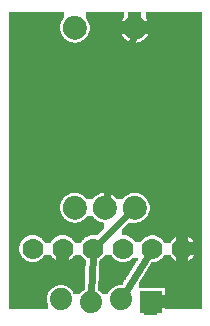
<source format=gbl>
G04 MADE WITH FRITZING*
G04 WWW.FRITZING.ORG*
G04 DOUBLE SIDED*
G04 HOLES PLATED*
G04 CONTOUR ON CENTER OF CONTOUR VECTOR*
%ASAXBY*%
%FSLAX23Y23*%
%MOIN*%
%OFA0B0*%
%SFA1.0B1.0*%
%ADD10C,0.075000*%
%ADD11C,0.070000*%
%ADD12C,0.078889*%
%ADD13C,0.074000*%
%ADD14C,0.024000*%
%ADD15R,0.001000X0.001000*%
%LNCOPPER0*%
G90*
G70*
G54D10*
X107Y981D03*
G54D11*
X519Y242D03*
X619Y242D03*
X422Y243D03*
X321Y243D03*
X120Y243D03*
X221Y243D03*
G54D12*
X261Y379D03*
X361Y379D03*
X461Y379D03*
X261Y979D03*
X461Y979D03*
G54D13*
X514Y64D03*
X414Y74D03*
X314Y64D03*
X214Y74D03*
G54D14*
X315Y95D02*
X320Y217D01*
D02*
X439Y358D02*
X340Y261D01*
D02*
X456Y949D02*
X366Y409D01*
D02*
X505Y220D02*
X430Y101D01*
G36*
X362Y223D02*
X362Y221D01*
X360Y221D01*
X360Y219D01*
X358Y219D01*
X358Y215D01*
X356Y215D01*
X356Y213D01*
X354Y213D01*
X354Y211D01*
X352Y211D01*
X352Y209D01*
X350Y209D01*
X350Y207D01*
X346Y207D01*
X346Y205D01*
X344Y205D01*
X344Y203D01*
X342Y203D01*
X342Y197D01*
X420Y197D01*
X420Y199D01*
X408Y199D01*
X408Y201D01*
X404Y201D01*
X404Y203D01*
X400Y203D01*
X400Y205D01*
X396Y205D01*
X396Y207D01*
X394Y207D01*
X394Y209D01*
X392Y209D01*
X392Y211D01*
X390Y211D01*
X390Y213D01*
X388Y213D01*
X388Y215D01*
X386Y215D01*
X386Y217D01*
X384Y217D01*
X384Y221D01*
X382Y221D01*
X382Y223D01*
X362Y223D01*
G37*
D02*
G36*
X454Y213D02*
X454Y211D01*
X452Y211D01*
X452Y209D01*
X450Y209D01*
X450Y207D01*
X448Y207D01*
X448Y205D01*
X444Y205D01*
X444Y203D01*
X440Y203D01*
X440Y201D01*
X434Y201D01*
X434Y199D01*
X424Y199D01*
X424Y197D01*
X466Y197D01*
X466Y201D01*
X468Y201D01*
X468Y203D01*
X470Y203D01*
X470Y207D01*
X472Y207D01*
X472Y211D01*
X474Y211D01*
X474Y213D01*
X454Y213D01*
G37*
D02*
G36*
X342Y197D02*
X342Y195D01*
X464Y195D01*
X464Y197D01*
X342Y197D01*
G37*
D02*
G36*
X342Y197D02*
X342Y195D01*
X464Y195D01*
X464Y197D01*
X342Y197D01*
G37*
D02*
G36*
X342Y195D02*
X342Y183D01*
X340Y183D01*
X340Y135D01*
X338Y135D01*
X338Y103D01*
X342Y103D01*
X342Y101D01*
X344Y101D01*
X344Y99D01*
X346Y99D01*
X346Y97D01*
X348Y97D01*
X348Y95D01*
X350Y95D01*
X350Y93D01*
X372Y93D01*
X372Y97D01*
X374Y97D01*
X374Y99D01*
X376Y99D01*
X376Y103D01*
X378Y103D01*
X378Y105D01*
X380Y105D01*
X380Y107D01*
X382Y107D01*
X382Y109D01*
X384Y109D01*
X384Y111D01*
X386Y111D01*
X386Y113D01*
X390Y113D01*
X390Y115D01*
X394Y115D01*
X394Y117D01*
X398Y117D01*
X398Y119D01*
X404Y119D01*
X404Y121D01*
X418Y121D01*
X418Y123D01*
X420Y123D01*
X420Y127D01*
X422Y127D01*
X422Y131D01*
X424Y131D01*
X424Y133D01*
X426Y133D01*
X426Y137D01*
X428Y137D01*
X428Y139D01*
X430Y139D01*
X430Y143D01*
X432Y143D01*
X432Y147D01*
X434Y147D01*
X434Y149D01*
X436Y149D01*
X436Y153D01*
X438Y153D01*
X438Y155D01*
X440Y155D01*
X440Y159D01*
X442Y159D01*
X442Y163D01*
X444Y163D01*
X444Y165D01*
X446Y165D01*
X446Y169D01*
X448Y169D01*
X448Y171D01*
X450Y171D01*
X450Y175D01*
X452Y175D01*
X452Y179D01*
X454Y179D01*
X454Y181D01*
X456Y181D01*
X456Y185D01*
X458Y185D01*
X458Y187D01*
X460Y187D01*
X460Y191D01*
X462Y191D01*
X462Y195D01*
X342Y195D01*
G37*
D02*
G36*
X40Y1031D02*
X40Y929D01*
X254Y929D01*
X254Y931D01*
X246Y931D01*
X246Y933D01*
X240Y933D01*
X240Y935D01*
X236Y935D01*
X236Y937D01*
X232Y937D01*
X232Y939D01*
X230Y939D01*
X230Y941D01*
X228Y941D01*
X228Y943D01*
X226Y943D01*
X226Y945D01*
X224Y945D01*
X224Y947D01*
X222Y947D01*
X222Y949D01*
X220Y949D01*
X220Y953D01*
X218Y953D01*
X218Y957D01*
X216Y957D01*
X216Y961D01*
X214Y961D01*
X214Y967D01*
X212Y967D01*
X212Y991D01*
X214Y991D01*
X214Y997D01*
X216Y997D01*
X216Y1001D01*
X218Y1001D01*
X218Y1005D01*
X220Y1005D01*
X220Y1007D01*
X222Y1007D01*
X222Y1011D01*
X224Y1011D01*
X224Y1031D01*
X40Y1031D01*
G37*
D02*
G36*
X298Y1031D02*
X298Y1009D01*
X300Y1009D01*
X300Y1007D01*
X302Y1007D01*
X302Y1003D01*
X304Y1003D01*
X304Y1001D01*
X306Y1001D01*
X306Y995D01*
X308Y995D01*
X308Y989D01*
X310Y989D01*
X310Y969D01*
X308Y969D01*
X308Y961D01*
X306Y961D01*
X306Y957D01*
X304Y957D01*
X304Y953D01*
X302Y953D01*
X302Y951D01*
X300Y951D01*
X300Y947D01*
X298Y947D01*
X298Y945D01*
X296Y945D01*
X296Y943D01*
X294Y943D01*
X294Y941D01*
X290Y941D01*
X290Y939D01*
X288Y939D01*
X288Y937D01*
X284Y937D01*
X284Y935D01*
X282Y935D01*
X282Y933D01*
X276Y933D01*
X276Y931D01*
X268Y931D01*
X268Y929D01*
X454Y929D01*
X454Y931D01*
X446Y931D01*
X446Y933D01*
X440Y933D01*
X440Y935D01*
X436Y935D01*
X436Y937D01*
X432Y937D01*
X432Y939D01*
X430Y939D01*
X430Y941D01*
X428Y941D01*
X428Y943D01*
X426Y943D01*
X426Y945D01*
X424Y945D01*
X424Y947D01*
X422Y947D01*
X422Y949D01*
X420Y949D01*
X420Y953D01*
X418Y953D01*
X418Y957D01*
X416Y957D01*
X416Y961D01*
X414Y961D01*
X414Y967D01*
X412Y967D01*
X412Y991D01*
X414Y991D01*
X414Y997D01*
X416Y997D01*
X416Y1001D01*
X418Y1001D01*
X418Y1005D01*
X420Y1005D01*
X420Y1007D01*
X422Y1007D01*
X422Y1011D01*
X424Y1011D01*
X424Y1031D01*
X298Y1031D01*
G37*
D02*
G36*
X498Y1031D02*
X498Y1009D01*
X500Y1009D01*
X500Y1007D01*
X502Y1007D01*
X502Y1003D01*
X504Y1003D01*
X504Y1001D01*
X506Y1001D01*
X506Y995D01*
X508Y995D01*
X508Y989D01*
X510Y989D01*
X510Y969D01*
X508Y969D01*
X508Y961D01*
X506Y961D01*
X506Y957D01*
X504Y957D01*
X504Y953D01*
X502Y953D01*
X502Y951D01*
X500Y951D01*
X500Y947D01*
X498Y947D01*
X498Y945D01*
X496Y945D01*
X496Y943D01*
X494Y943D01*
X494Y941D01*
X490Y941D01*
X490Y939D01*
X488Y939D01*
X488Y937D01*
X484Y937D01*
X484Y935D01*
X482Y935D01*
X482Y933D01*
X476Y933D01*
X476Y931D01*
X468Y931D01*
X468Y929D01*
X684Y929D01*
X684Y1031D01*
X498Y1031D01*
G37*
D02*
G36*
X40Y929D02*
X40Y927D01*
X684Y927D01*
X684Y929D01*
X40Y929D01*
G37*
D02*
G36*
X40Y929D02*
X40Y927D01*
X684Y927D01*
X684Y929D01*
X40Y929D01*
G37*
D02*
G36*
X40Y929D02*
X40Y927D01*
X684Y927D01*
X684Y929D01*
X40Y929D01*
G37*
D02*
G36*
X40Y927D02*
X40Y429D01*
X466Y429D01*
X466Y427D01*
X474Y427D01*
X474Y425D01*
X480Y425D01*
X480Y423D01*
X484Y423D01*
X484Y421D01*
X488Y421D01*
X488Y419D01*
X490Y419D01*
X490Y417D01*
X492Y417D01*
X492Y415D01*
X496Y415D01*
X496Y413D01*
X498Y413D01*
X498Y409D01*
X500Y409D01*
X500Y407D01*
X502Y407D01*
X502Y403D01*
X504Y403D01*
X504Y401D01*
X506Y401D01*
X506Y395D01*
X508Y395D01*
X508Y389D01*
X510Y389D01*
X510Y369D01*
X508Y369D01*
X508Y361D01*
X506Y361D01*
X506Y357D01*
X504Y357D01*
X504Y353D01*
X502Y353D01*
X502Y351D01*
X500Y351D01*
X500Y347D01*
X498Y347D01*
X498Y345D01*
X496Y345D01*
X496Y343D01*
X494Y343D01*
X494Y341D01*
X490Y341D01*
X490Y339D01*
X488Y339D01*
X488Y337D01*
X484Y337D01*
X484Y335D01*
X482Y335D01*
X482Y333D01*
X476Y333D01*
X476Y331D01*
X468Y331D01*
X468Y329D01*
X440Y329D01*
X440Y327D01*
X438Y327D01*
X438Y325D01*
X436Y325D01*
X436Y323D01*
X434Y323D01*
X434Y321D01*
X432Y321D01*
X432Y319D01*
X430Y319D01*
X430Y317D01*
X428Y317D01*
X428Y315D01*
X426Y315D01*
X426Y313D01*
X424Y313D01*
X424Y311D01*
X422Y311D01*
X422Y309D01*
X420Y309D01*
X420Y307D01*
X418Y307D01*
X418Y287D01*
X628Y287D01*
X628Y285D01*
X634Y285D01*
X634Y283D01*
X638Y283D01*
X638Y281D01*
X642Y281D01*
X642Y279D01*
X646Y279D01*
X646Y277D01*
X648Y277D01*
X648Y275D01*
X650Y275D01*
X650Y273D01*
X652Y273D01*
X652Y271D01*
X654Y271D01*
X654Y269D01*
X656Y269D01*
X656Y265D01*
X658Y265D01*
X658Y261D01*
X660Y261D01*
X660Y257D01*
X662Y257D01*
X662Y251D01*
X664Y251D01*
X664Y233D01*
X662Y233D01*
X662Y227D01*
X660Y227D01*
X660Y223D01*
X658Y223D01*
X658Y219D01*
X656Y219D01*
X656Y215D01*
X654Y215D01*
X654Y213D01*
X652Y213D01*
X652Y211D01*
X650Y211D01*
X650Y209D01*
X648Y209D01*
X648Y207D01*
X646Y207D01*
X646Y205D01*
X642Y205D01*
X642Y203D01*
X640Y203D01*
X640Y201D01*
X634Y201D01*
X634Y199D01*
X628Y199D01*
X628Y197D01*
X684Y197D01*
X684Y927D01*
X40Y927D01*
G37*
D02*
G36*
X40Y429D02*
X40Y329D01*
X254Y329D01*
X254Y331D01*
X246Y331D01*
X246Y333D01*
X240Y333D01*
X240Y335D01*
X236Y335D01*
X236Y337D01*
X234Y337D01*
X234Y339D01*
X230Y339D01*
X230Y341D01*
X228Y341D01*
X228Y343D01*
X226Y343D01*
X226Y345D01*
X224Y345D01*
X224Y347D01*
X222Y347D01*
X222Y349D01*
X220Y349D01*
X220Y353D01*
X218Y353D01*
X218Y357D01*
X216Y357D01*
X216Y361D01*
X214Y361D01*
X214Y367D01*
X212Y367D01*
X212Y391D01*
X214Y391D01*
X214Y397D01*
X216Y397D01*
X216Y401D01*
X218Y401D01*
X218Y405D01*
X220Y405D01*
X220Y407D01*
X222Y407D01*
X222Y411D01*
X224Y411D01*
X224Y413D01*
X226Y413D01*
X226Y415D01*
X228Y415D01*
X228Y417D01*
X230Y417D01*
X230Y419D01*
X234Y419D01*
X234Y421D01*
X238Y421D01*
X238Y423D01*
X240Y423D01*
X240Y425D01*
X246Y425D01*
X246Y427D01*
X256Y427D01*
X256Y429D01*
X40Y429D01*
G37*
D02*
G36*
X266Y429D02*
X266Y427D01*
X274Y427D01*
X274Y425D01*
X280Y425D01*
X280Y423D01*
X284Y423D01*
X284Y421D01*
X288Y421D01*
X288Y419D01*
X290Y419D01*
X290Y417D01*
X292Y417D01*
X292Y415D01*
X296Y415D01*
X296Y413D01*
X298Y413D01*
X298Y409D01*
X300Y409D01*
X300Y407D01*
X322Y407D01*
X322Y411D01*
X324Y411D01*
X324Y413D01*
X326Y413D01*
X326Y415D01*
X328Y415D01*
X328Y417D01*
X330Y417D01*
X330Y419D01*
X334Y419D01*
X334Y421D01*
X338Y421D01*
X338Y423D01*
X340Y423D01*
X340Y425D01*
X346Y425D01*
X346Y427D01*
X356Y427D01*
X356Y429D01*
X266Y429D01*
G37*
D02*
G36*
X366Y429D02*
X366Y427D01*
X374Y427D01*
X374Y425D01*
X380Y425D01*
X380Y423D01*
X384Y423D01*
X384Y421D01*
X388Y421D01*
X388Y419D01*
X390Y419D01*
X390Y417D01*
X392Y417D01*
X392Y415D01*
X396Y415D01*
X396Y413D01*
X398Y413D01*
X398Y409D01*
X400Y409D01*
X400Y407D01*
X422Y407D01*
X422Y411D01*
X424Y411D01*
X424Y413D01*
X426Y413D01*
X426Y415D01*
X428Y415D01*
X428Y417D01*
X430Y417D01*
X430Y419D01*
X434Y419D01*
X434Y421D01*
X438Y421D01*
X438Y423D01*
X440Y423D01*
X440Y425D01*
X446Y425D01*
X446Y427D01*
X456Y427D01*
X456Y429D01*
X366Y429D01*
G37*
D02*
G36*
X300Y351D02*
X300Y347D01*
X298Y347D01*
X298Y345D01*
X296Y345D01*
X296Y343D01*
X294Y343D01*
X294Y341D01*
X290Y341D01*
X290Y339D01*
X288Y339D01*
X288Y337D01*
X284Y337D01*
X284Y335D01*
X282Y335D01*
X282Y333D01*
X276Y333D01*
X276Y331D01*
X268Y331D01*
X268Y329D01*
X354Y329D01*
X354Y331D01*
X346Y331D01*
X346Y333D01*
X340Y333D01*
X340Y335D01*
X336Y335D01*
X336Y337D01*
X334Y337D01*
X334Y339D01*
X330Y339D01*
X330Y341D01*
X328Y341D01*
X328Y343D01*
X326Y343D01*
X326Y345D01*
X324Y345D01*
X324Y347D01*
X322Y347D01*
X322Y349D01*
X320Y349D01*
X320Y351D01*
X300Y351D01*
G37*
D02*
G36*
X40Y329D02*
X40Y327D01*
X358Y327D01*
X358Y329D01*
X40Y329D01*
G37*
D02*
G36*
X40Y329D02*
X40Y327D01*
X358Y327D01*
X358Y329D01*
X40Y329D01*
G37*
D02*
G36*
X40Y327D02*
X40Y287D01*
X232Y287D01*
X232Y285D01*
X238Y285D01*
X238Y283D01*
X242Y283D01*
X242Y281D01*
X246Y281D01*
X246Y279D01*
X248Y279D01*
X248Y277D01*
X250Y277D01*
X250Y275D01*
X252Y275D01*
X252Y273D01*
X254Y273D01*
X254Y271D01*
X256Y271D01*
X256Y269D01*
X258Y269D01*
X258Y265D01*
X260Y265D01*
X260Y263D01*
X282Y263D01*
X282Y265D01*
X284Y265D01*
X284Y269D01*
X286Y269D01*
X286Y271D01*
X288Y271D01*
X288Y273D01*
X290Y273D01*
X290Y275D01*
X292Y275D01*
X292Y277D01*
X294Y277D01*
X294Y279D01*
X296Y279D01*
X296Y281D01*
X300Y281D01*
X300Y283D01*
X304Y283D01*
X304Y285D01*
X310Y285D01*
X310Y287D01*
X336Y287D01*
X336Y289D01*
X338Y289D01*
X338Y291D01*
X340Y291D01*
X340Y293D01*
X342Y293D01*
X342Y295D01*
X344Y295D01*
X344Y297D01*
X346Y297D01*
X346Y299D01*
X348Y299D01*
X348Y301D01*
X350Y301D01*
X350Y303D01*
X352Y303D01*
X352Y305D01*
X354Y305D01*
X354Y307D01*
X356Y307D01*
X356Y309D01*
X358Y309D01*
X358Y327D01*
X40Y327D01*
G37*
D02*
G36*
X40Y287D02*
X40Y197D01*
X118Y197D01*
X118Y199D01*
X108Y199D01*
X108Y201D01*
X102Y201D01*
X102Y203D01*
X98Y203D01*
X98Y205D01*
X94Y205D01*
X94Y207D01*
X92Y207D01*
X92Y209D01*
X90Y209D01*
X90Y211D01*
X88Y211D01*
X88Y213D01*
X86Y213D01*
X86Y215D01*
X84Y215D01*
X84Y219D01*
X82Y219D01*
X82Y221D01*
X80Y221D01*
X80Y225D01*
X78Y225D01*
X78Y231D01*
X76Y231D01*
X76Y253D01*
X78Y253D01*
X78Y261D01*
X80Y261D01*
X80Y265D01*
X82Y265D01*
X82Y267D01*
X84Y267D01*
X84Y271D01*
X86Y271D01*
X86Y273D01*
X88Y273D01*
X88Y275D01*
X90Y275D01*
X90Y277D01*
X92Y277D01*
X92Y279D01*
X96Y279D01*
X96Y281D01*
X98Y281D01*
X98Y283D01*
X102Y283D01*
X102Y285D01*
X108Y285D01*
X108Y287D01*
X40Y287D01*
G37*
D02*
G36*
X132Y287D02*
X132Y285D01*
X138Y285D01*
X138Y283D01*
X142Y283D01*
X142Y281D01*
X146Y281D01*
X146Y279D01*
X148Y279D01*
X148Y277D01*
X150Y277D01*
X150Y275D01*
X152Y275D01*
X152Y273D01*
X154Y273D01*
X154Y271D01*
X156Y271D01*
X156Y269D01*
X158Y269D01*
X158Y265D01*
X160Y265D01*
X160Y261D01*
X180Y261D01*
X180Y263D01*
X182Y263D01*
X182Y267D01*
X184Y267D01*
X184Y271D01*
X186Y271D01*
X186Y273D01*
X188Y273D01*
X188Y275D01*
X190Y275D01*
X190Y277D01*
X192Y277D01*
X192Y279D01*
X196Y279D01*
X196Y281D01*
X198Y281D01*
X198Y283D01*
X202Y283D01*
X202Y285D01*
X208Y285D01*
X208Y287D01*
X132Y287D01*
G37*
D02*
G36*
X434Y287D02*
X434Y285D01*
X440Y285D01*
X440Y283D01*
X444Y283D01*
X444Y281D01*
X446Y281D01*
X446Y279D01*
X450Y279D01*
X450Y277D01*
X452Y277D01*
X452Y275D01*
X454Y275D01*
X454Y273D01*
X456Y273D01*
X456Y271D01*
X458Y271D01*
X458Y267D01*
X460Y267D01*
X460Y265D01*
X480Y265D01*
X480Y267D01*
X482Y267D01*
X482Y269D01*
X484Y269D01*
X484Y271D01*
X486Y271D01*
X486Y273D01*
X488Y273D01*
X488Y275D01*
X490Y275D01*
X490Y277D01*
X492Y277D01*
X492Y279D01*
X496Y279D01*
X496Y281D01*
X498Y281D01*
X498Y283D01*
X504Y283D01*
X504Y285D01*
X510Y285D01*
X510Y287D01*
X434Y287D01*
G37*
D02*
G36*
X528Y287D02*
X528Y285D01*
X534Y285D01*
X534Y283D01*
X538Y283D01*
X538Y281D01*
X542Y281D01*
X542Y279D01*
X546Y279D01*
X546Y277D01*
X548Y277D01*
X548Y275D01*
X550Y275D01*
X550Y273D01*
X552Y273D01*
X552Y271D01*
X554Y271D01*
X554Y269D01*
X556Y269D01*
X556Y265D01*
X558Y265D01*
X558Y261D01*
X578Y261D01*
X578Y263D01*
X580Y263D01*
X580Y265D01*
X582Y265D01*
X582Y269D01*
X584Y269D01*
X584Y271D01*
X586Y271D01*
X586Y273D01*
X588Y273D01*
X588Y275D01*
X590Y275D01*
X590Y277D01*
X592Y277D01*
X592Y279D01*
X596Y279D01*
X596Y281D01*
X598Y281D01*
X598Y283D01*
X604Y283D01*
X604Y285D01*
X610Y285D01*
X610Y287D01*
X528Y287D01*
G37*
D02*
G36*
X160Y223D02*
X160Y221D01*
X158Y221D01*
X158Y217D01*
X156Y217D01*
X156Y215D01*
X154Y215D01*
X154Y213D01*
X152Y213D01*
X152Y211D01*
X150Y211D01*
X150Y209D01*
X148Y209D01*
X148Y207D01*
X146Y207D01*
X146Y205D01*
X142Y205D01*
X142Y203D01*
X138Y203D01*
X138Y201D01*
X134Y201D01*
X134Y199D01*
X122Y199D01*
X122Y197D01*
X218Y197D01*
X218Y199D01*
X208Y199D01*
X208Y201D01*
X202Y201D01*
X202Y203D01*
X198Y203D01*
X198Y205D01*
X196Y205D01*
X196Y207D01*
X192Y207D01*
X192Y209D01*
X190Y209D01*
X190Y211D01*
X188Y211D01*
X188Y213D01*
X186Y213D01*
X186Y215D01*
X184Y215D01*
X184Y219D01*
X182Y219D01*
X182Y221D01*
X180Y221D01*
X180Y223D01*
X160Y223D01*
G37*
D02*
G36*
X260Y223D02*
X260Y219D01*
X258Y219D01*
X258Y217D01*
X256Y217D01*
X256Y215D01*
X254Y215D01*
X254Y211D01*
X252Y211D01*
X252Y209D01*
X248Y209D01*
X248Y207D01*
X246Y207D01*
X246Y205D01*
X242Y205D01*
X242Y203D01*
X240Y203D01*
X240Y201D01*
X234Y201D01*
X234Y199D01*
X222Y199D01*
X222Y197D01*
X298Y197D01*
X298Y205D01*
X296Y205D01*
X296Y207D01*
X294Y207D01*
X294Y209D01*
X290Y209D01*
X290Y211D01*
X288Y211D01*
X288Y215D01*
X286Y215D01*
X286Y217D01*
X284Y217D01*
X284Y219D01*
X282Y219D01*
X282Y223D01*
X260Y223D01*
G37*
D02*
G36*
X558Y223D02*
X558Y219D01*
X556Y219D01*
X556Y215D01*
X554Y215D01*
X554Y213D01*
X552Y213D01*
X552Y211D01*
X550Y211D01*
X550Y209D01*
X548Y209D01*
X548Y207D01*
X546Y207D01*
X546Y205D01*
X542Y205D01*
X542Y203D01*
X538Y203D01*
X538Y201D01*
X534Y201D01*
X534Y199D01*
X528Y199D01*
X528Y197D01*
X610Y197D01*
X610Y199D01*
X602Y199D01*
X602Y201D01*
X598Y201D01*
X598Y203D01*
X596Y203D01*
X596Y205D01*
X592Y205D01*
X592Y207D01*
X590Y207D01*
X590Y209D01*
X588Y209D01*
X588Y211D01*
X586Y211D01*
X586Y213D01*
X584Y213D01*
X584Y215D01*
X582Y215D01*
X582Y217D01*
X580Y217D01*
X580Y221D01*
X578Y221D01*
X578Y223D01*
X558Y223D01*
G37*
D02*
G36*
X40Y197D02*
X40Y195D01*
X298Y195D01*
X298Y197D01*
X40Y197D01*
G37*
D02*
G36*
X40Y197D02*
X40Y195D01*
X298Y195D01*
X298Y197D01*
X40Y197D01*
G37*
D02*
G36*
X40Y197D02*
X40Y195D01*
X298Y195D01*
X298Y197D01*
X40Y197D01*
G37*
D02*
G36*
X516Y197D02*
X516Y195D01*
X684Y195D01*
X684Y197D01*
X516Y197D01*
G37*
D02*
G36*
X516Y197D02*
X516Y195D01*
X684Y195D01*
X684Y197D01*
X516Y197D01*
G37*
D02*
G36*
X40Y195D02*
X40Y121D01*
X224Y121D01*
X224Y119D01*
X230Y119D01*
X230Y117D01*
X234Y117D01*
X234Y115D01*
X238Y115D01*
X238Y113D01*
X242Y113D01*
X242Y111D01*
X244Y111D01*
X244Y109D01*
X246Y109D01*
X246Y107D01*
X248Y107D01*
X248Y105D01*
X250Y105D01*
X250Y103D01*
X252Y103D01*
X252Y101D01*
X254Y101D01*
X254Y97D01*
X256Y97D01*
X256Y93D01*
X278Y93D01*
X278Y95D01*
X280Y95D01*
X280Y97D01*
X282Y97D01*
X282Y99D01*
X284Y99D01*
X284Y101D01*
X286Y101D01*
X286Y103D01*
X290Y103D01*
X290Y105D01*
X294Y105D01*
X294Y137D01*
X296Y137D01*
X296Y185D01*
X298Y185D01*
X298Y195D01*
X40Y195D01*
G37*
D02*
G36*
X514Y195D02*
X514Y191D01*
X512Y191D01*
X512Y189D01*
X510Y189D01*
X510Y185D01*
X508Y185D01*
X508Y181D01*
X506Y181D01*
X506Y179D01*
X504Y179D01*
X504Y175D01*
X502Y175D01*
X502Y171D01*
X500Y171D01*
X500Y169D01*
X498Y169D01*
X498Y165D01*
X496Y165D01*
X496Y163D01*
X494Y163D01*
X494Y159D01*
X492Y159D01*
X492Y155D01*
X490Y155D01*
X490Y153D01*
X488Y153D01*
X488Y149D01*
X486Y149D01*
X486Y147D01*
X484Y147D01*
X484Y143D01*
X482Y143D01*
X482Y139D01*
X480Y139D01*
X480Y137D01*
X478Y137D01*
X478Y133D01*
X476Y133D01*
X476Y131D01*
X474Y131D01*
X474Y111D01*
X562Y111D01*
X562Y41D01*
X684Y41D01*
X684Y195D01*
X514Y195D01*
G37*
D02*
G36*
X40Y121D02*
X40Y41D01*
X170Y41D01*
X170Y61D01*
X168Y61D01*
X168Y87D01*
X170Y87D01*
X170Y93D01*
X172Y93D01*
X172Y97D01*
X174Y97D01*
X174Y99D01*
X176Y99D01*
X176Y103D01*
X178Y103D01*
X178Y105D01*
X180Y105D01*
X180Y107D01*
X182Y107D01*
X182Y109D01*
X184Y109D01*
X184Y111D01*
X186Y111D01*
X186Y113D01*
X190Y113D01*
X190Y115D01*
X194Y115D01*
X194Y117D01*
X198Y117D01*
X198Y119D01*
X204Y119D01*
X204Y121D01*
X40Y121D01*
G37*
D02*
G36*
X490Y49D02*
X533Y49D01*
X533Y23D01*
X490Y23D01*
X490Y49D01*
G37*
D02*
G36*
X530Y89D02*
X562Y89D01*
X562Y46D01*
X530Y46D01*
X530Y89D01*
G37*
D02*
G36*
X199Y231D02*
X240Y231D01*
X240Y197D01*
X199Y197D01*
X199Y231D01*
G37*
D02*
G36*
X437Y1033D02*
X482Y1033D01*
X482Y999D01*
X437Y999D01*
X437Y1033D01*
G37*
D02*
G36*
X408Y1002D02*
X440Y1002D01*
X440Y957D01*
X408Y957D01*
X408Y1002D01*
G37*
D02*
G36*
X478Y1002D02*
X510Y1002D01*
X510Y957D01*
X478Y957D01*
X478Y1002D01*
G37*
D02*
G36*
X597Y291D02*
X638Y291D01*
X638Y259D01*
X597Y259D01*
X597Y291D01*
G37*
D02*
G36*
X597Y229D02*
X638Y229D01*
X638Y197D01*
X597Y197D01*
X597Y229D01*
G37*
D02*
G36*
X632Y264D02*
X664Y264D01*
X664Y223D01*
X632Y223D01*
X632Y264D01*
G37*
D02*
G54D15*
X254Y1018D02*
X267Y1018D01*
X453Y1018D02*
X467Y1018D01*
X250Y1017D02*
X271Y1017D01*
X449Y1017D02*
X471Y1017D01*
X247Y1016D02*
X273Y1016D01*
X447Y1016D02*
X473Y1016D01*
X244Y1015D02*
X276Y1015D01*
X444Y1015D02*
X476Y1015D01*
X242Y1014D02*
X278Y1014D01*
X442Y1014D02*
X478Y1014D01*
X240Y1013D02*
X280Y1013D01*
X440Y1013D02*
X480Y1013D01*
X239Y1012D02*
X281Y1012D01*
X439Y1012D02*
X481Y1012D01*
X237Y1011D02*
X283Y1011D01*
X437Y1011D02*
X483Y1011D01*
X236Y1010D02*
X284Y1010D01*
X436Y1010D02*
X484Y1010D01*
X235Y1009D02*
X285Y1009D01*
X435Y1009D02*
X485Y1009D01*
X234Y1008D02*
X287Y1008D01*
X433Y1008D02*
X486Y1008D01*
X233Y1007D02*
X288Y1007D01*
X432Y1007D02*
X488Y1007D01*
X232Y1006D02*
X289Y1006D01*
X432Y1006D02*
X488Y1006D01*
X231Y1005D02*
X289Y1005D01*
X431Y1005D02*
X489Y1005D01*
X230Y1004D02*
X290Y1004D01*
X430Y1004D02*
X490Y1004D01*
X229Y1003D02*
X291Y1003D01*
X429Y1003D02*
X491Y1003D01*
X228Y1002D02*
X292Y1002D01*
X428Y1002D02*
X492Y1002D01*
X228Y1001D02*
X292Y1001D01*
X428Y1001D02*
X492Y1001D01*
X227Y1000D02*
X293Y1000D01*
X427Y1000D02*
X493Y1000D01*
X227Y999D02*
X294Y999D01*
X427Y999D02*
X493Y999D01*
X226Y998D02*
X254Y998D01*
X266Y998D02*
X294Y998D01*
X426Y998D02*
X454Y998D01*
X466Y998D02*
X494Y998D01*
X226Y997D02*
X251Y997D01*
X269Y997D02*
X295Y997D01*
X425Y997D02*
X451Y997D01*
X469Y997D02*
X494Y997D01*
X225Y996D02*
X249Y996D01*
X271Y996D02*
X295Y996D01*
X425Y996D02*
X449Y996D01*
X471Y996D02*
X495Y996D01*
X225Y995D02*
X248Y995D01*
X272Y995D02*
X296Y995D01*
X425Y995D02*
X448Y995D01*
X472Y995D02*
X495Y995D01*
X224Y994D02*
X247Y994D01*
X273Y994D02*
X296Y994D01*
X424Y994D02*
X447Y994D01*
X473Y994D02*
X496Y994D01*
X224Y993D02*
X246Y993D01*
X274Y993D02*
X296Y993D01*
X424Y993D02*
X446Y993D01*
X474Y993D02*
X496Y993D01*
X223Y992D02*
X245Y992D01*
X275Y992D02*
X297Y992D01*
X423Y992D02*
X445Y992D01*
X475Y992D02*
X497Y992D01*
X223Y991D02*
X244Y991D01*
X276Y991D02*
X297Y991D01*
X423Y991D02*
X444Y991D01*
X476Y991D02*
X497Y991D01*
X223Y990D02*
X243Y990D01*
X277Y990D02*
X297Y990D01*
X423Y990D02*
X443Y990D01*
X477Y990D02*
X497Y990D01*
X223Y989D02*
X243Y989D01*
X278Y989D02*
X298Y989D01*
X422Y989D02*
X443Y989D01*
X477Y989D02*
X498Y989D01*
X222Y988D02*
X242Y988D01*
X278Y988D02*
X298Y988D01*
X422Y988D02*
X442Y988D01*
X478Y988D02*
X498Y988D01*
X222Y987D02*
X242Y987D01*
X279Y987D02*
X298Y987D01*
X422Y987D02*
X441Y987D01*
X479Y987D02*
X498Y987D01*
X222Y986D02*
X241Y986D01*
X279Y986D02*
X298Y986D01*
X422Y986D02*
X441Y986D01*
X479Y986D02*
X498Y986D01*
X222Y985D02*
X241Y985D01*
X279Y985D02*
X298Y985D01*
X422Y985D02*
X441Y985D01*
X479Y985D02*
X498Y985D01*
X222Y984D02*
X241Y984D01*
X280Y984D02*
X299Y984D01*
X421Y984D02*
X441Y984D01*
X479Y984D02*
X499Y984D01*
X221Y983D02*
X240Y983D01*
X280Y983D02*
X299Y983D01*
X421Y983D02*
X440Y983D01*
X480Y983D02*
X499Y983D01*
X221Y982D02*
X240Y982D01*
X280Y982D02*
X299Y982D01*
X421Y982D02*
X440Y982D01*
X480Y982D02*
X499Y982D01*
X221Y981D02*
X240Y981D01*
X280Y981D02*
X299Y981D01*
X421Y981D02*
X440Y981D01*
X480Y981D02*
X499Y981D01*
X221Y980D02*
X240Y980D01*
X280Y980D02*
X299Y980D01*
X421Y980D02*
X440Y980D01*
X480Y980D02*
X499Y980D01*
X221Y979D02*
X240Y979D01*
X280Y979D02*
X299Y979D01*
X421Y979D02*
X440Y979D01*
X480Y979D02*
X499Y979D01*
X221Y978D02*
X240Y978D01*
X280Y978D02*
X299Y978D01*
X421Y978D02*
X440Y978D01*
X480Y978D02*
X499Y978D01*
X221Y977D02*
X240Y977D01*
X280Y977D02*
X299Y977D01*
X421Y977D02*
X440Y977D01*
X480Y977D02*
X499Y977D01*
X221Y976D02*
X240Y976D01*
X280Y976D02*
X299Y976D01*
X421Y976D02*
X440Y976D01*
X480Y976D02*
X499Y976D01*
X221Y975D02*
X241Y975D01*
X280Y975D02*
X299Y975D01*
X421Y975D02*
X440Y975D01*
X480Y975D02*
X499Y975D01*
X222Y974D02*
X241Y974D01*
X279Y974D02*
X299Y974D01*
X422Y974D02*
X441Y974D01*
X479Y974D02*
X498Y974D01*
X222Y973D02*
X241Y973D01*
X279Y973D02*
X298Y973D01*
X422Y973D02*
X441Y973D01*
X479Y973D02*
X498Y973D01*
X222Y972D02*
X241Y972D01*
X279Y972D02*
X298Y972D01*
X422Y972D02*
X441Y972D01*
X479Y972D02*
X498Y972D01*
X222Y971D02*
X242Y971D01*
X278Y971D02*
X298Y971D01*
X422Y971D02*
X442Y971D01*
X478Y971D02*
X498Y971D01*
X222Y970D02*
X242Y970D01*
X278Y970D02*
X298Y970D01*
X422Y970D02*
X442Y970D01*
X478Y970D02*
X498Y970D01*
X223Y969D02*
X243Y969D01*
X277Y969D02*
X297Y969D01*
X423Y969D02*
X443Y969D01*
X477Y969D02*
X497Y969D01*
X223Y968D02*
X244Y968D01*
X276Y968D02*
X297Y968D01*
X423Y968D02*
X444Y968D01*
X476Y968D02*
X497Y968D01*
X223Y967D02*
X245Y967D01*
X276Y967D02*
X297Y967D01*
X423Y967D02*
X445Y967D01*
X475Y967D02*
X497Y967D01*
X224Y966D02*
X245Y966D01*
X275Y966D02*
X296Y966D01*
X424Y966D02*
X445Y966D01*
X475Y966D02*
X496Y966D01*
X224Y965D02*
X247Y965D01*
X274Y965D02*
X296Y965D01*
X424Y965D02*
X446Y965D01*
X474Y965D02*
X496Y965D01*
X224Y964D02*
X248Y964D01*
X272Y964D02*
X296Y964D01*
X424Y964D02*
X448Y964D01*
X472Y964D02*
X496Y964D01*
X225Y963D02*
X249Y963D01*
X271Y963D02*
X295Y963D01*
X425Y963D02*
X449Y963D01*
X471Y963D02*
X495Y963D01*
X225Y962D02*
X251Y962D01*
X270Y962D02*
X295Y962D01*
X425Y962D02*
X451Y962D01*
X469Y962D02*
X495Y962D01*
X226Y961D02*
X253Y961D01*
X267Y961D02*
X294Y961D01*
X426Y961D02*
X453Y961D01*
X467Y961D02*
X494Y961D01*
X226Y960D02*
X258Y960D01*
X262Y960D02*
X294Y960D01*
X426Y960D02*
X458Y960D01*
X462Y960D02*
X494Y960D01*
X227Y959D02*
X293Y959D01*
X427Y959D02*
X493Y959D01*
X228Y958D02*
X293Y958D01*
X428Y958D02*
X492Y958D01*
X228Y957D02*
X292Y957D01*
X428Y957D02*
X492Y957D01*
X229Y956D02*
X291Y956D01*
X429Y956D02*
X491Y956D01*
X230Y955D02*
X291Y955D01*
X430Y955D02*
X490Y955D01*
X230Y954D02*
X290Y954D01*
X430Y954D02*
X490Y954D01*
X231Y953D02*
X289Y953D01*
X431Y953D02*
X489Y953D01*
X232Y952D02*
X288Y952D01*
X432Y952D02*
X488Y952D01*
X233Y951D02*
X287Y951D01*
X433Y951D02*
X487Y951D01*
X234Y950D02*
X286Y950D01*
X434Y950D02*
X486Y950D01*
X235Y949D02*
X285Y949D01*
X435Y949D02*
X485Y949D01*
X237Y948D02*
X283Y948D01*
X437Y948D02*
X483Y948D01*
X238Y947D02*
X282Y947D01*
X438Y947D02*
X482Y947D01*
X240Y946D02*
X280Y946D01*
X440Y946D02*
X480Y946D01*
X242Y945D02*
X279Y945D01*
X441Y945D02*
X479Y945D01*
X244Y944D02*
X277Y944D01*
X443Y944D02*
X477Y944D01*
X246Y943D02*
X274Y943D01*
X446Y943D02*
X474Y943D01*
X248Y942D02*
X272Y942D01*
X448Y942D02*
X472Y942D01*
X252Y941D02*
X268Y941D01*
X452Y941D02*
X468Y941D01*
X259Y940D02*
X262Y940D01*
X459Y940D02*
X461Y940D01*
X252Y418D02*
X268Y418D01*
X352Y418D02*
X368Y418D01*
X452Y418D02*
X468Y418D01*
X249Y417D02*
X271Y417D01*
X349Y417D02*
X371Y417D01*
X449Y417D02*
X471Y417D01*
X246Y416D02*
X274Y416D01*
X346Y416D02*
X374Y416D01*
X446Y416D02*
X474Y416D01*
X244Y415D02*
X276Y415D01*
X344Y415D02*
X376Y415D01*
X444Y415D02*
X476Y415D01*
X242Y414D02*
X278Y414D01*
X342Y414D02*
X378Y414D01*
X442Y414D02*
X478Y414D01*
X240Y413D02*
X280Y413D01*
X340Y413D02*
X380Y413D01*
X440Y413D02*
X480Y413D01*
X238Y412D02*
X282Y412D01*
X338Y412D02*
X382Y412D01*
X438Y412D02*
X482Y412D01*
X237Y411D02*
X283Y411D01*
X337Y411D02*
X383Y411D01*
X437Y411D02*
X483Y411D01*
X236Y410D02*
X285Y410D01*
X336Y410D02*
X385Y410D01*
X436Y410D02*
X484Y410D01*
X234Y409D02*
X286Y409D01*
X334Y409D02*
X386Y409D01*
X434Y409D02*
X486Y409D01*
X233Y408D02*
X287Y408D01*
X333Y408D02*
X387Y408D01*
X433Y408D02*
X487Y408D01*
X232Y407D02*
X288Y407D01*
X332Y407D02*
X388Y407D01*
X432Y407D02*
X488Y407D01*
X231Y406D02*
X289Y406D01*
X331Y406D02*
X389Y406D01*
X431Y406D02*
X489Y406D01*
X231Y405D02*
X290Y405D01*
X330Y405D02*
X390Y405D01*
X430Y405D02*
X490Y405D01*
X230Y404D02*
X290Y404D01*
X330Y404D02*
X390Y404D01*
X430Y404D02*
X490Y404D01*
X229Y403D02*
X291Y403D01*
X329Y403D02*
X391Y403D01*
X429Y403D02*
X491Y403D01*
X228Y402D02*
X292Y402D01*
X328Y402D02*
X392Y402D01*
X428Y402D02*
X492Y402D01*
X228Y401D02*
X292Y401D01*
X328Y401D02*
X392Y401D01*
X428Y401D02*
X492Y401D01*
X227Y400D02*
X293Y400D01*
X327Y400D02*
X393Y400D01*
X427Y400D02*
X493Y400D01*
X226Y399D02*
X294Y399D01*
X326Y399D02*
X394Y399D01*
X426Y399D02*
X494Y399D01*
X226Y398D02*
X253Y398D01*
X267Y398D02*
X294Y398D01*
X326Y398D02*
X353Y398D01*
X367Y398D02*
X394Y398D01*
X426Y398D02*
X453Y398D01*
X467Y398D02*
X494Y398D01*
X225Y397D02*
X251Y397D01*
X269Y397D02*
X295Y397D01*
X325Y397D02*
X351Y397D01*
X369Y397D02*
X395Y397D01*
X425Y397D02*
X451Y397D01*
X469Y397D02*
X495Y397D01*
X225Y396D02*
X249Y396D01*
X271Y396D02*
X295Y396D01*
X325Y396D02*
X349Y396D01*
X371Y396D02*
X395Y396D01*
X425Y396D02*
X449Y396D01*
X471Y396D02*
X495Y396D01*
X225Y395D02*
X248Y395D01*
X272Y395D02*
X296Y395D01*
X324Y395D02*
X348Y395D01*
X372Y395D02*
X396Y395D01*
X424Y395D02*
X448Y395D01*
X472Y395D02*
X496Y395D01*
X224Y394D02*
X247Y394D01*
X274Y394D02*
X296Y394D01*
X324Y394D02*
X347Y394D01*
X373Y394D02*
X396Y394D01*
X424Y394D02*
X447Y394D01*
X473Y394D02*
X496Y394D01*
X224Y393D02*
X246Y393D01*
X275Y393D02*
X296Y393D01*
X324Y393D02*
X346Y393D01*
X375Y393D02*
X396Y393D01*
X424Y393D02*
X445Y393D01*
X474Y393D02*
X496Y393D01*
X223Y392D02*
X245Y392D01*
X275Y392D02*
X297Y392D01*
X323Y392D02*
X345Y392D01*
X375Y392D02*
X397Y392D01*
X423Y392D02*
X445Y392D01*
X475Y392D02*
X497Y392D01*
X223Y391D02*
X244Y391D01*
X276Y391D02*
X297Y391D01*
X323Y391D02*
X344Y391D01*
X376Y391D02*
X397Y391D01*
X423Y391D02*
X444Y391D01*
X476Y391D02*
X497Y391D01*
X223Y390D02*
X243Y390D01*
X277Y390D02*
X297Y390D01*
X323Y390D02*
X343Y390D01*
X377Y390D02*
X397Y390D01*
X423Y390D02*
X443Y390D01*
X477Y390D02*
X497Y390D01*
X222Y389D02*
X243Y389D01*
X278Y389D02*
X298Y389D01*
X322Y389D02*
X342Y389D01*
X378Y389D02*
X398Y389D01*
X422Y389D02*
X442Y389D01*
X478Y389D02*
X498Y389D01*
X222Y388D02*
X242Y388D01*
X278Y388D02*
X298Y388D01*
X322Y388D02*
X342Y388D01*
X378Y388D02*
X398Y388D01*
X422Y388D02*
X442Y388D01*
X478Y388D02*
X498Y388D01*
X222Y387D02*
X241Y387D01*
X279Y387D02*
X298Y387D01*
X322Y387D02*
X341Y387D01*
X379Y387D02*
X398Y387D01*
X422Y387D02*
X441Y387D01*
X479Y387D02*
X498Y387D01*
X222Y386D02*
X241Y386D01*
X279Y386D02*
X298Y386D01*
X322Y386D02*
X341Y386D01*
X379Y386D02*
X398Y386D01*
X422Y386D02*
X441Y386D01*
X479Y386D02*
X498Y386D01*
X222Y385D02*
X241Y385D01*
X279Y385D02*
X299Y385D01*
X322Y385D02*
X341Y385D01*
X379Y385D02*
X398Y385D01*
X422Y385D02*
X441Y385D01*
X479Y385D02*
X498Y385D01*
X221Y384D02*
X241Y384D01*
X280Y384D02*
X299Y384D01*
X321Y384D02*
X341Y384D01*
X380Y384D02*
X399Y384D01*
X421Y384D02*
X440Y384D01*
X480Y384D02*
X499Y384D01*
X221Y383D02*
X240Y383D01*
X280Y383D02*
X299Y383D01*
X321Y383D02*
X340Y383D01*
X380Y383D02*
X399Y383D01*
X421Y383D02*
X440Y383D01*
X480Y383D02*
X499Y383D01*
X221Y382D02*
X240Y382D01*
X280Y382D02*
X299Y382D01*
X321Y382D02*
X340Y382D01*
X380Y382D02*
X399Y382D01*
X421Y382D02*
X440Y382D01*
X480Y382D02*
X499Y382D01*
X221Y381D02*
X240Y381D01*
X280Y381D02*
X299Y381D01*
X321Y381D02*
X340Y381D01*
X380Y381D02*
X399Y381D01*
X421Y381D02*
X440Y381D01*
X480Y381D02*
X499Y381D01*
X221Y380D02*
X240Y380D01*
X280Y380D02*
X299Y380D01*
X321Y380D02*
X340Y380D01*
X380Y380D02*
X399Y380D01*
X421Y380D02*
X440Y380D01*
X480Y380D02*
X499Y380D01*
X221Y379D02*
X240Y379D01*
X280Y379D02*
X299Y379D01*
X321Y379D02*
X340Y379D01*
X380Y379D02*
X399Y379D01*
X421Y379D02*
X440Y379D01*
X480Y379D02*
X499Y379D01*
X221Y378D02*
X240Y378D01*
X280Y378D02*
X299Y378D01*
X321Y378D02*
X340Y378D01*
X380Y378D02*
X399Y378D01*
X421Y378D02*
X440Y378D01*
X480Y378D02*
X499Y378D01*
X221Y377D02*
X240Y377D01*
X280Y377D02*
X299Y377D01*
X321Y377D02*
X340Y377D01*
X380Y377D02*
X399Y377D01*
X421Y377D02*
X440Y377D01*
X480Y377D02*
X499Y377D01*
X221Y376D02*
X240Y376D01*
X280Y376D02*
X299Y376D01*
X321Y376D02*
X340Y376D01*
X380Y376D02*
X399Y376D01*
X421Y376D02*
X440Y376D01*
X480Y376D02*
X499Y376D01*
X221Y375D02*
X241Y375D01*
X280Y375D02*
X299Y375D01*
X321Y375D02*
X341Y375D01*
X380Y375D02*
X399Y375D01*
X421Y375D02*
X441Y375D01*
X479Y375D02*
X499Y375D01*
X222Y374D02*
X241Y374D01*
X279Y374D02*
X299Y374D01*
X322Y374D02*
X341Y374D01*
X379Y374D02*
X398Y374D01*
X422Y374D02*
X441Y374D01*
X479Y374D02*
X498Y374D01*
X222Y373D02*
X241Y373D01*
X279Y373D02*
X298Y373D01*
X322Y373D02*
X341Y373D01*
X379Y373D02*
X398Y373D01*
X422Y373D02*
X441Y373D01*
X479Y373D02*
X498Y373D01*
X222Y372D02*
X242Y372D01*
X279Y372D02*
X298Y372D01*
X322Y372D02*
X341Y372D01*
X379Y372D02*
X398Y372D01*
X422Y372D02*
X441Y372D01*
X479Y372D02*
X498Y372D01*
X222Y371D02*
X242Y371D01*
X278Y371D02*
X298Y371D01*
X322Y371D02*
X342Y371D01*
X378Y371D02*
X398Y371D01*
X422Y371D02*
X442Y371D01*
X478Y371D02*
X498Y371D01*
X223Y370D02*
X243Y370D01*
X278Y370D02*
X298Y370D01*
X322Y370D02*
X343Y370D01*
X378Y370D02*
X398Y370D01*
X422Y370D02*
X443Y370D01*
X477Y370D02*
X498Y370D01*
X223Y369D02*
X243Y369D01*
X277Y369D02*
X297Y369D01*
X323Y369D02*
X343Y369D01*
X377Y369D02*
X397Y369D01*
X423Y369D02*
X443Y369D01*
X477Y369D02*
X497Y369D01*
X223Y368D02*
X244Y368D01*
X276Y368D02*
X297Y368D01*
X323Y368D02*
X344Y368D01*
X376Y368D02*
X397Y368D01*
X423Y368D02*
X444Y368D01*
X476Y368D02*
X497Y368D01*
X223Y367D02*
X245Y367D01*
X275Y367D02*
X297Y367D01*
X323Y367D02*
X345Y367D01*
X375Y367D02*
X397Y367D01*
X423Y367D02*
X445Y367D01*
X475Y367D02*
X497Y367D01*
X224Y366D02*
X246Y366D01*
X274Y366D02*
X296Y366D01*
X324Y366D02*
X346Y366D01*
X374Y366D02*
X396Y366D01*
X424Y366D02*
X446Y366D01*
X474Y366D02*
X496Y366D01*
X224Y365D02*
X247Y365D01*
X273Y365D02*
X296Y365D01*
X324Y365D02*
X347Y365D01*
X373Y365D02*
X396Y365D01*
X424Y365D02*
X447Y365D01*
X473Y365D02*
X496Y365D01*
X225Y364D02*
X248Y364D01*
X272Y364D02*
X296Y364D01*
X325Y364D02*
X348Y364D01*
X372Y364D02*
X396Y364D01*
X424Y364D02*
X448Y364D01*
X472Y364D02*
X495Y364D01*
X225Y363D02*
X249Y363D01*
X271Y363D02*
X295Y363D01*
X325Y363D02*
X349Y363D01*
X371Y363D02*
X395Y363D01*
X425Y363D02*
X449Y363D01*
X471Y363D02*
X495Y363D01*
X226Y362D02*
X251Y362D01*
X269Y362D02*
X295Y362D01*
X325Y362D02*
X351Y362D01*
X369Y362D02*
X395Y362D01*
X425Y362D02*
X451Y362D01*
X469Y362D02*
X495Y362D01*
X226Y361D02*
X254Y361D01*
X267Y361D02*
X294Y361D01*
X326Y361D02*
X354Y361D01*
X367Y361D02*
X394Y361D01*
X426Y361D02*
X454Y361D01*
X466Y361D02*
X494Y361D01*
X227Y360D02*
X294Y360D01*
X327Y360D02*
X394Y360D01*
X426Y360D02*
X494Y360D01*
X227Y359D02*
X293Y359D01*
X327Y359D02*
X393Y359D01*
X427Y359D02*
X493Y359D01*
X228Y358D02*
X292Y358D01*
X328Y358D02*
X392Y358D01*
X428Y358D02*
X492Y358D01*
X228Y357D02*
X292Y357D01*
X328Y357D02*
X392Y357D01*
X428Y357D02*
X492Y357D01*
X229Y356D02*
X291Y356D01*
X329Y356D02*
X391Y356D01*
X429Y356D02*
X491Y356D01*
X230Y355D02*
X290Y355D01*
X330Y355D02*
X390Y355D01*
X430Y355D02*
X490Y355D01*
X231Y354D02*
X290Y354D01*
X331Y354D02*
X390Y354D01*
X431Y354D02*
X489Y354D01*
X232Y353D02*
X289Y353D01*
X331Y353D02*
X389Y353D01*
X431Y353D02*
X489Y353D01*
X232Y352D02*
X288Y352D01*
X332Y352D02*
X388Y352D01*
X432Y352D02*
X488Y352D01*
X233Y351D02*
X287Y351D01*
X333Y351D02*
X387Y351D01*
X433Y351D02*
X487Y351D01*
X235Y350D02*
X286Y350D01*
X335Y350D02*
X386Y350D01*
X434Y350D02*
X485Y350D01*
X236Y349D02*
X284Y349D01*
X336Y349D02*
X384Y349D01*
X436Y349D02*
X484Y349D01*
X237Y348D02*
X283Y348D01*
X337Y348D02*
X383Y348D01*
X437Y348D02*
X483Y348D01*
X239Y347D02*
X282Y347D01*
X339Y347D02*
X382Y347D01*
X438Y347D02*
X482Y347D01*
X240Y346D02*
X280Y346D01*
X340Y346D02*
X380Y346D01*
X440Y346D02*
X480Y346D01*
X242Y345D02*
X278Y345D01*
X342Y345D02*
X378Y345D01*
X442Y345D02*
X478Y345D01*
X244Y344D02*
X276Y344D01*
X344Y344D02*
X376Y344D01*
X444Y344D02*
X476Y344D01*
X246Y343D02*
X274Y343D01*
X346Y343D02*
X374Y343D01*
X446Y343D02*
X474Y343D01*
X249Y342D02*
X271Y342D01*
X349Y342D02*
X371Y342D01*
X449Y342D02*
X471Y342D01*
X253Y341D02*
X267Y341D01*
X353Y341D02*
X367Y341D01*
X453Y341D02*
X467Y341D01*
X477Y101D02*
X550Y101D01*
X477Y100D02*
X550Y100D01*
X477Y99D02*
X550Y99D01*
X477Y98D02*
X550Y98D01*
X477Y97D02*
X550Y97D01*
X477Y96D02*
X550Y96D01*
X477Y95D02*
X550Y95D01*
X477Y94D02*
X550Y94D01*
X477Y93D02*
X550Y93D01*
X477Y92D02*
X550Y92D01*
X477Y91D02*
X550Y91D01*
X477Y90D02*
X550Y90D01*
X477Y89D02*
X550Y89D01*
X477Y88D02*
X550Y88D01*
X477Y87D02*
X550Y87D01*
X477Y86D02*
X550Y86D01*
X477Y85D02*
X550Y85D01*
X477Y84D02*
X507Y84D01*
X519Y84D02*
X550Y84D01*
X477Y83D02*
X505Y83D01*
X522Y83D02*
X550Y83D01*
X477Y82D02*
X503Y82D01*
X524Y82D02*
X550Y82D01*
X477Y81D02*
X501Y81D01*
X525Y81D02*
X550Y81D01*
X477Y80D02*
X500Y80D01*
X527Y80D02*
X550Y80D01*
X477Y79D02*
X499Y79D01*
X528Y79D02*
X550Y79D01*
X477Y78D02*
X498Y78D01*
X529Y78D02*
X550Y78D01*
X477Y77D02*
X497Y77D01*
X530Y77D02*
X550Y77D01*
X477Y76D02*
X496Y76D01*
X530Y76D02*
X550Y76D01*
X477Y75D02*
X496Y75D01*
X531Y75D02*
X550Y75D01*
X477Y74D02*
X495Y74D01*
X531Y74D02*
X550Y74D01*
X477Y73D02*
X495Y73D01*
X532Y73D02*
X550Y73D01*
X477Y72D02*
X494Y72D01*
X532Y72D02*
X550Y72D01*
X477Y71D02*
X494Y71D01*
X533Y71D02*
X550Y71D01*
X477Y70D02*
X494Y70D01*
X533Y70D02*
X550Y70D01*
X477Y69D02*
X493Y69D01*
X533Y69D02*
X550Y69D01*
X477Y68D02*
X493Y68D01*
X533Y68D02*
X550Y68D01*
X477Y67D02*
X493Y67D01*
X534Y67D02*
X550Y67D01*
X477Y66D02*
X493Y66D01*
X534Y66D02*
X550Y66D01*
X477Y65D02*
X493Y65D01*
X534Y65D02*
X550Y65D01*
X477Y64D02*
X493Y64D01*
X534Y64D02*
X550Y64D01*
X477Y63D02*
X493Y63D01*
X534Y63D02*
X550Y63D01*
X477Y62D02*
X493Y62D01*
X533Y62D02*
X550Y62D01*
X477Y61D02*
X493Y61D01*
X533Y61D02*
X550Y61D01*
X477Y60D02*
X493Y60D01*
X533Y60D02*
X550Y60D01*
X477Y59D02*
X494Y59D01*
X533Y59D02*
X550Y59D01*
X477Y58D02*
X494Y58D01*
X532Y58D02*
X550Y58D01*
X477Y57D02*
X494Y57D01*
X532Y57D02*
X550Y57D01*
X477Y56D02*
X495Y56D01*
X532Y56D02*
X550Y56D01*
X477Y55D02*
X495Y55D01*
X531Y55D02*
X550Y55D01*
X477Y54D02*
X496Y54D01*
X531Y54D02*
X550Y54D01*
X477Y53D02*
X497Y53D01*
X530Y53D02*
X550Y53D01*
X477Y52D02*
X498Y52D01*
X529Y52D02*
X550Y52D01*
X477Y51D02*
X498Y51D01*
X528Y51D02*
X550Y51D01*
X477Y50D02*
X499Y50D01*
X527Y50D02*
X550Y50D01*
X477Y49D02*
X501Y49D01*
X526Y49D02*
X550Y49D01*
X477Y48D02*
X502Y48D01*
X524Y48D02*
X550Y48D01*
X477Y47D02*
X504Y47D01*
X523Y47D02*
X550Y47D01*
X477Y46D02*
X506Y46D01*
X520Y46D02*
X550Y46D01*
X477Y45D02*
X511Y45D01*
X515Y45D02*
X550Y45D01*
X477Y44D02*
X550Y44D01*
X477Y43D02*
X550Y43D01*
X477Y42D02*
X550Y42D01*
X477Y41D02*
X550Y41D01*
X477Y40D02*
X550Y40D01*
X477Y39D02*
X550Y39D01*
X477Y38D02*
X550Y38D01*
X477Y37D02*
X550Y37D01*
X477Y36D02*
X550Y36D01*
X477Y35D02*
X550Y35D01*
X477Y34D02*
X550Y34D01*
X477Y33D02*
X550Y33D01*
X477Y32D02*
X550Y32D01*
X477Y31D02*
X550Y31D01*
X477Y30D02*
X550Y30D01*
X477Y29D02*
X550Y29D01*
X477Y28D02*
X550Y28D01*
D02*
G04 End of Copper0*
M02*
</source>
